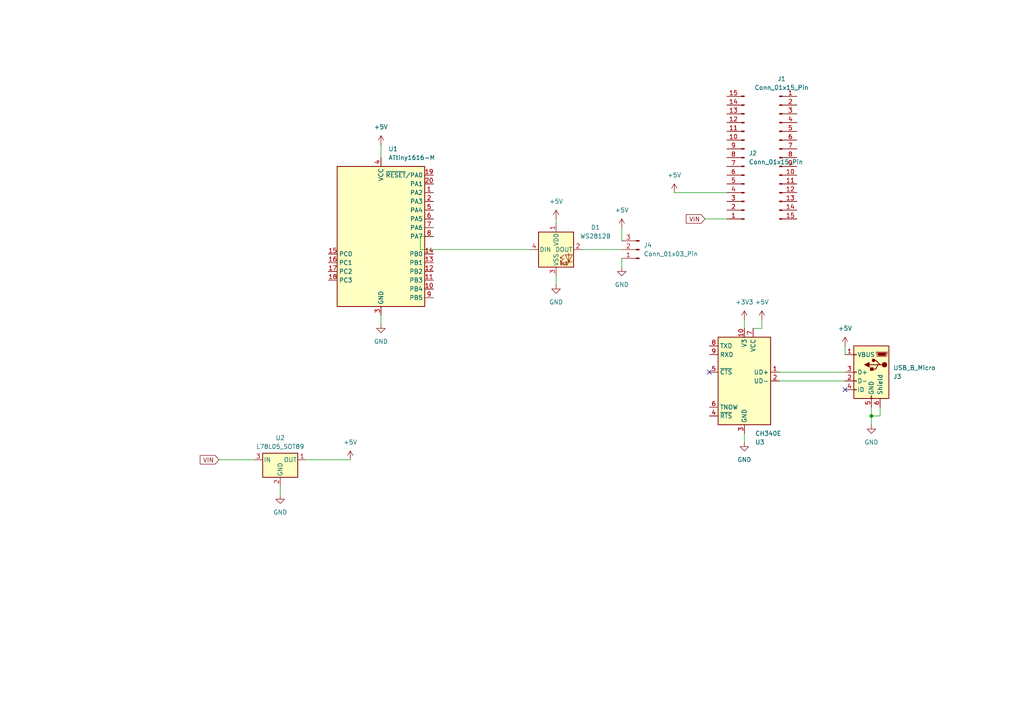
<source format=kicad_sch>
(kicad_sch
	(version 20250114)
	(generator "eeschema")
	(generator_version "9.0")
	(uuid "405f212d-eda8-42df-94e8-805b0f571fec")
	(paper "A4")
	(lib_symbols
		(symbol "Connector:Conn_01x03_Pin"
			(pin_names
				(offset 1.016)
				(hide yes)
			)
			(exclude_from_sim no)
			(in_bom yes)
			(on_board yes)
			(property "Reference" "J"
				(at 0 5.08 0)
				(effects
					(font
						(size 1.27 1.27)
					)
				)
			)
			(property "Value" "Conn_01x03_Pin"
				(at 0 -5.08 0)
				(effects
					(font
						(size 1.27 1.27)
					)
				)
			)
			(property "Footprint" ""
				(at 0 0 0)
				(effects
					(font
						(size 1.27 1.27)
					)
					(hide yes)
				)
			)
			(property "Datasheet" "~"
				(at 0 0 0)
				(effects
					(font
						(size 1.27 1.27)
					)
					(hide yes)
				)
			)
			(property "Description" "Generic connector, single row, 01x03, script generated"
				(at 0 0 0)
				(effects
					(font
						(size 1.27 1.27)
					)
					(hide yes)
				)
			)
			(property "ki_locked" ""
				(at 0 0 0)
				(effects
					(font
						(size 1.27 1.27)
					)
				)
			)
			(property "ki_keywords" "connector"
				(at 0 0 0)
				(effects
					(font
						(size 1.27 1.27)
					)
					(hide yes)
				)
			)
			(property "ki_fp_filters" "Connector*:*_1x??_*"
				(at 0 0 0)
				(effects
					(font
						(size 1.27 1.27)
					)
					(hide yes)
				)
			)
			(symbol "Conn_01x03_Pin_1_1"
				(rectangle
					(start 0.8636 2.667)
					(end 0 2.413)
					(stroke
						(width 0.1524)
						(type default)
					)
					(fill
						(type outline)
					)
				)
				(rectangle
					(start 0.8636 0.127)
					(end 0 -0.127)
					(stroke
						(width 0.1524)
						(type default)
					)
					(fill
						(type outline)
					)
				)
				(rectangle
					(start 0.8636 -2.413)
					(end 0 -2.667)
					(stroke
						(width 0.1524)
						(type default)
					)
					(fill
						(type outline)
					)
				)
				(polyline
					(pts
						(xy 1.27 2.54) (xy 0.8636 2.54)
					)
					(stroke
						(width 0.1524)
						(type default)
					)
					(fill
						(type none)
					)
				)
				(polyline
					(pts
						(xy 1.27 0) (xy 0.8636 0)
					)
					(stroke
						(width 0.1524)
						(type default)
					)
					(fill
						(type none)
					)
				)
				(polyline
					(pts
						(xy 1.27 -2.54) (xy 0.8636 -2.54)
					)
					(stroke
						(width 0.1524)
						(type default)
					)
					(fill
						(type none)
					)
				)
				(pin passive line
					(at 5.08 2.54 180)
					(length 3.81)
					(name "Pin_1"
						(effects
							(font
								(size 1.27 1.27)
							)
						)
					)
					(number "1"
						(effects
							(font
								(size 1.27 1.27)
							)
						)
					)
				)
				(pin passive line
					(at 5.08 0 180)
					(length 3.81)
					(name "Pin_2"
						(effects
							(font
								(size 1.27 1.27)
							)
						)
					)
					(number "2"
						(effects
							(font
								(size 1.27 1.27)
							)
						)
					)
				)
				(pin passive line
					(at 5.08 -2.54 180)
					(length 3.81)
					(name "Pin_3"
						(effects
							(font
								(size 1.27 1.27)
							)
						)
					)
					(number "3"
						(effects
							(font
								(size 1.27 1.27)
							)
						)
					)
				)
			)
			(embedded_fonts no)
		)
		(symbol "Connector:Conn_01x15_Pin"
			(pin_names
				(offset 1.016)
				(hide yes)
			)
			(exclude_from_sim no)
			(in_bom yes)
			(on_board yes)
			(property "Reference" "J"
				(at 0 20.32 0)
				(effects
					(font
						(size 1.27 1.27)
					)
				)
			)
			(property "Value" "Conn_01x15_Pin"
				(at 0 -20.32 0)
				(effects
					(font
						(size 1.27 1.27)
					)
				)
			)
			(property "Footprint" ""
				(at 0 0 0)
				(effects
					(font
						(size 1.27 1.27)
					)
					(hide yes)
				)
			)
			(property "Datasheet" "~"
				(at 0 0 0)
				(effects
					(font
						(size 1.27 1.27)
					)
					(hide yes)
				)
			)
			(property "Description" "Generic connector, single row, 01x15, script generated"
				(at 0 0 0)
				(effects
					(font
						(size 1.27 1.27)
					)
					(hide yes)
				)
			)
			(property "ki_locked" ""
				(at 0 0 0)
				(effects
					(font
						(size 1.27 1.27)
					)
				)
			)
			(property "ki_keywords" "connector"
				(at 0 0 0)
				(effects
					(font
						(size 1.27 1.27)
					)
					(hide yes)
				)
			)
			(property "ki_fp_filters" "Connector*:*_1x??_*"
				(at 0 0 0)
				(effects
					(font
						(size 1.27 1.27)
					)
					(hide yes)
				)
			)
			(symbol "Conn_01x15_Pin_1_1"
				(rectangle
					(start 0.8636 17.907)
					(end 0 17.653)
					(stroke
						(width 0.1524)
						(type default)
					)
					(fill
						(type outline)
					)
				)
				(rectangle
					(start 0.8636 15.367)
					(end 0 15.113)
					(stroke
						(width 0.1524)
						(type default)
					)
					(fill
						(type outline)
					)
				)
				(rectangle
					(start 0.8636 12.827)
					(end 0 12.573)
					(stroke
						(width 0.1524)
						(type default)
					)
					(fill
						(type outline)
					)
				)
				(rectangle
					(start 0.8636 10.287)
					(end 0 10.033)
					(stroke
						(width 0.1524)
						(type default)
					)
					(fill
						(type outline)
					)
				)
				(rectangle
					(start 0.8636 7.747)
					(end 0 7.493)
					(stroke
						(width 0.1524)
						(type default)
					)
					(fill
						(type outline)
					)
				)
				(rectangle
					(start 0.8636 5.207)
					(end 0 4.953)
					(stroke
						(width 0.1524)
						(type default)
					)
					(fill
						(type outline)
					)
				)
				(rectangle
					(start 0.8636 2.667)
					(end 0 2.413)
					(stroke
						(width 0.1524)
						(type default)
					)
					(fill
						(type outline)
					)
				)
				(rectangle
					(start 0.8636 0.127)
					(end 0 -0.127)
					(stroke
						(width 0.1524)
						(type default)
					)
					(fill
						(type outline)
					)
				)
				(rectangle
					(start 0.8636 -2.413)
					(end 0 -2.667)
					(stroke
						(width 0.1524)
						(type default)
					)
					(fill
						(type outline)
					)
				)
				(rectangle
					(start 0.8636 -4.953)
					(end 0 -5.207)
					(stroke
						(width 0.1524)
						(type default)
					)
					(fill
						(type outline)
					)
				)
				(rectangle
					(start 0.8636 -7.493)
					(end 0 -7.747)
					(stroke
						(width 0.1524)
						(type default)
					)
					(fill
						(type outline)
					)
				)
				(rectangle
					(start 0.8636 -10.033)
					(end 0 -10.287)
					(stroke
						(width 0.1524)
						(type default)
					)
					(fill
						(type outline)
					)
				)
				(rectangle
					(start 0.8636 -12.573)
					(end 0 -12.827)
					(stroke
						(width 0.1524)
						(type default)
					)
					(fill
						(type outline)
					)
				)
				(rectangle
					(start 0.8636 -15.113)
					(end 0 -15.367)
					(stroke
						(width 0.1524)
						(type default)
					)
					(fill
						(type outline)
					)
				)
				(rectangle
					(start 0.8636 -17.653)
					(end 0 -17.907)
					(stroke
						(width 0.1524)
						(type default)
					)
					(fill
						(type outline)
					)
				)
				(polyline
					(pts
						(xy 1.27 17.78) (xy 0.8636 17.78)
					)
					(stroke
						(width 0.1524)
						(type default)
					)
					(fill
						(type none)
					)
				)
				(polyline
					(pts
						(xy 1.27 15.24) (xy 0.8636 15.24)
					)
					(stroke
						(width 0.1524)
						(type default)
					)
					(fill
						(type none)
					)
				)
				(polyline
					(pts
						(xy 1.27 12.7) (xy 0.8636 12.7)
					)
					(stroke
						(width 0.1524)
						(type default)
					)
					(fill
						(type none)
					)
				)
				(polyline
					(pts
						(xy 1.27 10.16) (xy 0.8636 10.16)
					)
					(stroke
						(width 0.1524)
						(type default)
					)
					(fill
						(type none)
					)
				)
				(polyline
					(pts
						(xy 1.27 7.62) (xy 0.8636 7.62)
					)
					(stroke
						(width 0.1524)
						(type default)
					)
					(fill
						(type none)
					)
				)
				(polyline
					(pts
						(xy 1.27 5.08) (xy 0.8636 5.08)
					)
					(stroke
						(width 0.1524)
						(type default)
					)
					(fill
						(type none)
					)
				)
				(polyline
					(pts
						(xy 1.27 2.54) (xy 0.8636 2.54)
					)
					(stroke
						(width 0.1524)
						(type default)
					)
					(fill
						(type none)
					)
				)
				(polyline
					(pts
						(xy 1.27 0) (xy 0.8636 0)
					)
					(stroke
						(width 0.1524)
						(type default)
					)
					(fill
						(type none)
					)
				)
				(polyline
					(pts
						(xy 1.27 -2.54) (xy 0.8636 -2.54)
					)
					(stroke
						(width 0.1524)
						(type default)
					)
					(fill
						(type none)
					)
				)
				(polyline
					(pts
						(xy 1.27 -5.08) (xy 0.8636 -5.08)
					)
					(stroke
						(width 0.1524)
						(type default)
					)
					(fill
						(type none)
					)
				)
				(polyline
					(pts
						(xy 1.27 -7.62) (xy 0.8636 -7.62)
					)
					(stroke
						(width 0.1524)
						(type default)
					)
					(fill
						(type none)
					)
				)
				(polyline
					(pts
						(xy 1.27 -10.16) (xy 0.8636 -10.16)
					)
					(stroke
						(width 0.1524)
						(type default)
					)
					(fill
						(type none)
					)
				)
				(polyline
					(pts
						(xy 1.27 -12.7) (xy 0.8636 -12.7)
					)
					(stroke
						(width 0.1524)
						(type default)
					)
					(fill
						(type none)
					)
				)
				(polyline
					(pts
						(xy 1.27 -15.24) (xy 0.8636 -15.24)
					)
					(stroke
						(width 0.1524)
						(type default)
					)
					(fill
						(type none)
					)
				)
				(polyline
					(pts
						(xy 1.27 -17.78) (xy 0.8636 -17.78)
					)
					(stroke
						(width 0.1524)
						(type default)
					)
					(fill
						(type none)
					)
				)
				(pin passive line
					(at 5.08 17.78 180)
					(length 3.81)
					(name "Pin_1"
						(effects
							(font
								(size 1.27 1.27)
							)
						)
					)
					(number "1"
						(effects
							(font
								(size 1.27 1.27)
							)
						)
					)
				)
				(pin passive line
					(at 5.08 15.24 180)
					(length 3.81)
					(name "Pin_2"
						(effects
							(font
								(size 1.27 1.27)
							)
						)
					)
					(number "2"
						(effects
							(font
								(size 1.27 1.27)
							)
						)
					)
				)
				(pin passive line
					(at 5.08 12.7 180)
					(length 3.81)
					(name "Pin_3"
						(effects
							(font
								(size 1.27 1.27)
							)
						)
					)
					(number "3"
						(effects
							(font
								(size 1.27 1.27)
							)
						)
					)
				)
				(pin passive line
					(at 5.08 10.16 180)
					(length 3.81)
					(name "Pin_4"
						(effects
							(font
								(size 1.27 1.27)
							)
						)
					)
					(number "4"
						(effects
							(font
								(size 1.27 1.27)
							)
						)
					)
				)
				(pin passive line
					(at 5.08 7.62 180)
					(length 3.81)
					(name "Pin_5"
						(effects
							(font
								(size 1.27 1.27)
							)
						)
					)
					(number "5"
						(effects
							(font
								(size 1.27 1.27)
							)
						)
					)
				)
				(pin passive line
					(at 5.08 5.08 180)
					(length 3.81)
					(name "Pin_6"
						(effects
							(font
								(size 1.27 1.27)
							)
						)
					)
					(number "6"
						(effects
							(font
								(size 1.27 1.27)
							)
						)
					)
				)
				(pin passive line
					(at 5.08 2.54 180)
					(length 3.81)
					(name "Pin_7"
						(effects
							(font
								(size 1.27 1.27)
							)
						)
					)
					(number "7"
						(effects
							(font
								(size 1.27 1.27)
							)
						)
					)
				)
				(pin passive line
					(at 5.08 0 180)
					(length 3.81)
					(name "Pin_8"
						(effects
							(font
								(size 1.27 1.27)
							)
						)
					)
					(number "8"
						(effects
							(font
								(size 1.27 1.27)
							)
						)
					)
				)
				(pin passive line
					(at 5.08 -2.54 180)
					(length 3.81)
					(name "Pin_9"
						(effects
							(font
								(size 1.27 1.27)
							)
						)
					)
					(number "9"
						(effects
							(font
								(size 1.27 1.27)
							)
						)
					)
				)
				(pin passive line
					(at 5.08 -5.08 180)
					(length 3.81)
					(name "Pin_10"
						(effects
							(font
								(size 1.27 1.27)
							)
						)
					)
					(number "10"
						(effects
							(font
								(size 1.27 1.27)
							)
						)
					)
				)
				(pin passive line
					(at 5.08 -7.62 180)
					(length 3.81)
					(name "Pin_11"
						(effects
							(font
								(size 1.27 1.27)
							)
						)
					)
					(number "11"
						(effects
							(font
								(size 1.27 1.27)
							)
						)
					)
				)
				(pin passive line
					(at 5.08 -10.16 180)
					(length 3.81)
					(name "Pin_12"
						(effects
							(font
								(size 1.27 1.27)
							)
						)
					)
					(number "12"
						(effects
							(font
								(size 1.27 1.27)
							)
						)
					)
				)
				(pin passive line
					(at 5.08 -12.7 180)
					(length 3.81)
					(name "Pin_13"
						(effects
							(font
								(size 1.27 1.27)
							)
						)
					)
					(number "13"
						(effects
							(font
								(size 1.27 1.27)
							)
						)
					)
				)
				(pin passive line
					(at 5.08 -15.24 180)
					(length 3.81)
					(name "Pin_14"
						(effects
							(font
								(size 1.27 1.27)
							)
						)
					)
					(number "14"
						(effects
							(font
								(size 1.27 1.27)
							)
						)
					)
				)
				(pin passive line
					(at 5.08 -17.78 180)
					(length 3.81)
					(name "Pin_15"
						(effects
							(font
								(size 1.27 1.27)
							)
						)
					)
					(number "15"
						(effects
							(font
								(size 1.27 1.27)
							)
						)
					)
				)
			)
			(embedded_fonts no)
		)
		(symbol "Connector:USB_B_Micro"
			(pin_names
				(offset 1.016)
			)
			(exclude_from_sim no)
			(in_bom yes)
			(on_board yes)
			(property "Reference" "J"
				(at -5.08 11.43 0)
				(effects
					(font
						(size 1.27 1.27)
					)
					(justify left)
				)
			)
			(property "Value" "USB_B_Micro"
				(at -5.08 8.89 0)
				(effects
					(font
						(size 1.27 1.27)
					)
					(justify left)
				)
			)
			(property "Footprint" ""
				(at 3.81 -1.27 0)
				(effects
					(font
						(size 1.27 1.27)
					)
					(hide yes)
				)
			)
			(property "Datasheet" "~"
				(at 3.81 -1.27 0)
				(effects
					(font
						(size 1.27 1.27)
					)
					(hide yes)
				)
			)
			(property "Description" "USB Micro Type B connector"
				(at 0 0 0)
				(effects
					(font
						(size 1.27 1.27)
					)
					(hide yes)
				)
			)
			(property "ki_keywords" "connector USB micro"
				(at 0 0 0)
				(effects
					(font
						(size 1.27 1.27)
					)
					(hide yes)
				)
			)
			(property "ki_fp_filters" "USB*Micro*B*"
				(at 0 0 0)
				(effects
					(font
						(size 1.27 1.27)
					)
					(hide yes)
				)
			)
			(symbol "USB_B_Micro_0_1"
				(rectangle
					(start -5.08 -7.62)
					(end 5.08 7.62)
					(stroke
						(width 0.254)
						(type default)
					)
					(fill
						(type background)
					)
				)
				(polyline
					(pts
						(xy -4.699 5.842) (xy -4.699 5.588) (xy -4.445 4.826) (xy -4.445 4.572) (xy -1.651 4.572) (xy -1.651 4.826)
						(xy -1.397 5.588) (xy -1.397 5.842) (xy -4.699 5.842)
					)
					(stroke
						(width 0)
						(type default)
					)
					(fill
						(type none)
					)
				)
				(polyline
					(pts
						(xy -4.318 5.588) (xy -1.778 5.588) (xy -2.032 4.826) (xy -4.064 4.826) (xy -4.318 5.588)
					)
					(stroke
						(width 0)
						(type default)
					)
					(fill
						(type outline)
					)
				)
				(circle
					(center -3.81 2.159)
					(radius 0.635)
					(stroke
						(width 0.254)
						(type default)
					)
					(fill
						(type outline)
					)
				)
				(polyline
					(pts
						(xy -3.175 2.159) (xy -2.54 2.159) (xy -1.27 3.429) (xy -0.635 3.429)
					)
					(stroke
						(width 0.254)
						(type default)
					)
					(fill
						(type none)
					)
				)
				(polyline
					(pts
						(xy -2.54 2.159) (xy -1.905 2.159) (xy -1.27 0.889) (xy 0 0.889)
					)
					(stroke
						(width 0.254)
						(type default)
					)
					(fill
						(type none)
					)
				)
				(polyline
					(pts
						(xy -1.905 2.159) (xy 0.635 2.159)
					)
					(stroke
						(width 0.254)
						(type default)
					)
					(fill
						(type none)
					)
				)
				(circle
					(center -0.635 3.429)
					(radius 0.381)
					(stroke
						(width 0.254)
						(type default)
					)
					(fill
						(type outline)
					)
				)
				(rectangle
					(start -0.127 -7.62)
					(end 0.127 -6.858)
					(stroke
						(width 0)
						(type default)
					)
					(fill
						(type none)
					)
				)
				(rectangle
					(start 0.254 1.27)
					(end -0.508 0.508)
					(stroke
						(width 0.254)
						(type default)
					)
					(fill
						(type outline)
					)
				)
				(polyline
					(pts
						(xy 0.635 2.794) (xy 0.635 1.524) (xy 1.905 2.159) (xy 0.635 2.794)
					)
					(stroke
						(width 0.254)
						(type default)
					)
					(fill
						(type outline)
					)
				)
				(rectangle
					(start 5.08 4.953)
					(end 4.318 5.207)
					(stroke
						(width 0)
						(type default)
					)
					(fill
						(type none)
					)
				)
				(rectangle
					(start 5.08 -0.127)
					(end 4.318 0.127)
					(stroke
						(width 0)
						(type default)
					)
					(fill
						(type none)
					)
				)
				(rectangle
					(start 5.08 -2.667)
					(end 4.318 -2.413)
					(stroke
						(width 0)
						(type default)
					)
					(fill
						(type none)
					)
				)
				(rectangle
					(start 5.08 -5.207)
					(end 4.318 -4.953)
					(stroke
						(width 0)
						(type default)
					)
					(fill
						(type none)
					)
				)
			)
			(symbol "USB_B_Micro_1_1"
				(pin passive line
					(at -2.54 -10.16 90)
					(length 2.54)
					(name "Shield"
						(effects
							(font
								(size 1.27 1.27)
							)
						)
					)
					(number "6"
						(effects
							(font
								(size 1.27 1.27)
							)
						)
					)
				)
				(pin power_out line
					(at 0 -10.16 90)
					(length 2.54)
					(name "GND"
						(effects
							(font
								(size 1.27 1.27)
							)
						)
					)
					(number "5"
						(effects
							(font
								(size 1.27 1.27)
							)
						)
					)
				)
				(pin power_out line
					(at 7.62 5.08 180)
					(length 2.54)
					(name "VBUS"
						(effects
							(font
								(size 1.27 1.27)
							)
						)
					)
					(number "1"
						(effects
							(font
								(size 1.27 1.27)
							)
						)
					)
				)
				(pin bidirectional line
					(at 7.62 0 180)
					(length 2.54)
					(name "D+"
						(effects
							(font
								(size 1.27 1.27)
							)
						)
					)
					(number "3"
						(effects
							(font
								(size 1.27 1.27)
							)
						)
					)
				)
				(pin bidirectional line
					(at 7.62 -2.54 180)
					(length 2.54)
					(name "D-"
						(effects
							(font
								(size 1.27 1.27)
							)
						)
					)
					(number "2"
						(effects
							(font
								(size 1.27 1.27)
							)
						)
					)
				)
				(pin passive line
					(at 7.62 -5.08 180)
					(length 2.54)
					(name "ID"
						(effects
							(font
								(size 1.27 1.27)
							)
						)
					)
					(number "4"
						(effects
							(font
								(size 1.27 1.27)
							)
						)
					)
				)
			)
			(embedded_fonts no)
		)
		(symbol "Interface_USB:CH340E"
			(exclude_from_sim no)
			(in_bom yes)
			(on_board yes)
			(property "Reference" "U"
				(at -5.08 13.97 0)
				(effects
					(font
						(size 1.27 1.27)
					)
					(justify right)
				)
			)
			(property "Value" "CH340E"
				(at 1.27 13.97 0)
				(effects
					(font
						(size 1.27 1.27)
					)
					(justify left)
				)
			)
			(property "Footprint" "Package_SO:MSOP-10_3x3mm_P0.5mm"
				(at 1.27 -13.97 0)
				(effects
					(font
						(size 1.27 1.27)
					)
					(justify left)
					(hide yes)
				)
			)
			(property "Datasheet" "https://www.mpja.com/download/35227cpdata.pdf"
				(at -8.89 20.32 0)
				(effects
					(font
						(size 1.27 1.27)
					)
					(hide yes)
				)
			)
			(property "Description" "USB serial converter, UART, MSOP-10"
				(at 0 0 0)
				(effects
					(font
						(size 1.27 1.27)
					)
					(hide yes)
				)
			)
			(property "ki_keywords" "USB UART Serial Converter Interface"
				(at 0 0 0)
				(effects
					(font
						(size 1.27 1.27)
					)
					(hide yes)
				)
			)
			(property "ki_fp_filters" "MSOP*3x3mm*P0.5mm*"
				(at 0 0 0)
				(effects
					(font
						(size 1.27 1.27)
					)
					(hide yes)
				)
			)
			(symbol "CH340E_0_1"
				(rectangle
					(start -7.62 12.7)
					(end 7.62 -12.7)
					(stroke
						(width 0.254)
						(type default)
					)
					(fill
						(type background)
					)
				)
			)
			(symbol "CH340E_1_1"
				(pin bidirectional line
					(at -10.16 2.54 0)
					(length 2.54)
					(name "UD+"
						(effects
							(font
								(size 1.27 1.27)
							)
						)
					)
					(number "1"
						(effects
							(font
								(size 1.27 1.27)
							)
						)
					)
				)
				(pin bidirectional line
					(at -10.16 0 0)
					(length 2.54)
					(name "UD-"
						(effects
							(font
								(size 1.27 1.27)
							)
						)
					)
					(number "2"
						(effects
							(font
								(size 1.27 1.27)
							)
						)
					)
				)
				(pin power_in line
					(at -2.54 15.24 270)
					(length 2.54)
					(name "VCC"
						(effects
							(font
								(size 1.27 1.27)
							)
						)
					)
					(number "7"
						(effects
							(font
								(size 1.27 1.27)
							)
						)
					)
				)
				(pin power_out line
					(at 0 15.24 270)
					(length 2.54)
					(name "V3"
						(effects
							(font
								(size 1.27 1.27)
							)
						)
					)
					(number "10"
						(effects
							(font
								(size 1.27 1.27)
							)
						)
					)
				)
				(pin power_in line
					(at 0 -15.24 90)
					(length 2.54)
					(name "GND"
						(effects
							(font
								(size 1.27 1.27)
							)
						)
					)
					(number "3"
						(effects
							(font
								(size 1.27 1.27)
							)
						)
					)
				)
				(pin output line
					(at 10.16 10.16 180)
					(length 2.54)
					(name "TXD"
						(effects
							(font
								(size 1.27 1.27)
							)
						)
					)
					(number "8"
						(effects
							(font
								(size 1.27 1.27)
							)
						)
					)
				)
				(pin input line
					(at 10.16 7.62 180)
					(length 2.54)
					(name "RXD"
						(effects
							(font
								(size 1.27 1.27)
							)
						)
					)
					(number "9"
						(effects
							(font
								(size 1.27 1.27)
							)
						)
					)
				)
				(pin input line
					(at 10.16 2.54 180)
					(length 2.54)
					(name "~{CTS}"
						(effects
							(font
								(size 1.27 1.27)
							)
						)
					)
					(number "5"
						(effects
							(font
								(size 1.27 1.27)
							)
						)
					)
				)
				(pin output line
					(at 10.16 -7.62 180)
					(length 2.54)
					(name "TNOW"
						(effects
							(font
								(size 1.27 1.27)
							)
						)
					)
					(number "6"
						(effects
							(font
								(size 1.27 1.27)
							)
						)
					)
				)
				(pin output line
					(at 10.16 -10.16 180)
					(length 2.54)
					(name "~{RTS}"
						(effects
							(font
								(size 1.27 1.27)
							)
						)
					)
					(number "4"
						(effects
							(font
								(size 1.27 1.27)
							)
						)
					)
				)
			)
			(embedded_fonts no)
		)
		(symbol "LED:WS2812B"
			(pin_names
				(offset 0.254)
			)
			(exclude_from_sim no)
			(in_bom yes)
			(on_board yes)
			(property "Reference" "D"
				(at 5.08 5.715 0)
				(effects
					(font
						(size 1.27 1.27)
					)
					(justify right bottom)
				)
			)
			(property "Value" "WS2812B"
				(at 1.27 -5.715 0)
				(effects
					(font
						(size 1.27 1.27)
					)
					(justify left top)
				)
			)
			(property "Footprint" "LED_SMD:LED_WS2812B_PLCC4_5.0x5.0mm_P3.2mm"
				(at 1.27 -7.62 0)
				(effects
					(font
						(size 1.27 1.27)
					)
					(justify left top)
					(hide yes)
				)
			)
			(property "Datasheet" "https://cdn-shop.adafruit.com/datasheets/WS2812B.pdf"
				(at 2.54 -9.525 0)
				(effects
					(font
						(size 1.27 1.27)
					)
					(justify left top)
					(hide yes)
				)
			)
			(property "Description" "RGB LED with integrated controller"
				(at 0 0 0)
				(effects
					(font
						(size 1.27 1.27)
					)
					(hide yes)
				)
			)
			(property "ki_keywords" "RGB LED NeoPixel addressable"
				(at 0 0 0)
				(effects
					(font
						(size 1.27 1.27)
					)
					(hide yes)
				)
			)
			(property "ki_fp_filters" "LED*WS2812*PLCC*5.0x5.0mm*P3.2mm*"
				(at 0 0 0)
				(effects
					(font
						(size 1.27 1.27)
					)
					(hide yes)
				)
			)
			(symbol "WS2812B_0_0"
				(text "RGB"
					(at 2.286 -4.191 0)
					(effects
						(font
							(size 0.762 0.762)
						)
					)
				)
			)
			(symbol "WS2812B_0_1"
				(polyline
					(pts
						(xy 1.27 -2.54) (xy 1.778 -2.54)
					)
					(stroke
						(width 0)
						(type default)
					)
					(fill
						(type none)
					)
				)
				(polyline
					(pts
						(xy 1.27 -3.556) (xy 1.778 -3.556)
					)
					(stroke
						(width 0)
						(type default)
					)
					(fill
						(type none)
					)
				)
				(polyline
					(pts
						(xy 2.286 -1.524) (xy 1.27 -2.54) (xy 1.27 -2.032)
					)
					(stroke
						(width 0)
						(type default)
					)
					(fill
						(type none)
					)
				)
				(polyline
					(pts
						(xy 2.286 -2.54) (xy 1.27 -3.556) (xy 1.27 -3.048)
					)
					(stroke
						(width 0)
						(type default)
					)
					(fill
						(type none)
					)
				)
				(polyline
					(pts
						(xy 3.683 -1.016) (xy 3.683 -3.556) (xy 3.683 -4.064)
					)
					(stroke
						(width 0)
						(type default)
					)
					(fill
						(type none)
					)
				)
				(polyline
					(pts
						(xy 4.699 -1.524) (xy 2.667 -1.524) (xy 3.683 -3.556) (xy 4.699 -1.524)
					)
					(stroke
						(width 0)
						(type default)
					)
					(fill
						(type none)
					)
				)
				(polyline
					(pts
						(xy 4.699 -3.556) (xy 2.667 -3.556)
					)
					(stroke
						(width 0)
						(type default)
					)
					(fill
						(type none)
					)
				)
				(rectangle
					(start 5.08 5.08)
					(end -5.08 -5.08)
					(stroke
						(width 0.254)
						(type default)
					)
					(fill
						(type background)
					)
				)
			)
			(symbol "WS2812B_1_1"
				(pin input line
					(at -7.62 0 0)
					(length 2.54)
					(name "DIN"
						(effects
							(font
								(size 1.27 1.27)
							)
						)
					)
					(number "4"
						(effects
							(font
								(size 1.27 1.27)
							)
						)
					)
				)
				(pin power_in line
					(at 0 7.62 270)
					(length 2.54)
					(name "VDD"
						(effects
							(font
								(size 1.27 1.27)
							)
						)
					)
					(number "1"
						(effects
							(font
								(size 1.27 1.27)
							)
						)
					)
				)
				(pin power_in line
					(at 0 -7.62 90)
					(length 2.54)
					(name "VSS"
						(effects
							(font
								(size 1.27 1.27)
							)
						)
					)
					(number "3"
						(effects
							(font
								(size 1.27 1.27)
							)
						)
					)
				)
				(pin output line
					(at 7.62 0 180)
					(length 2.54)
					(name "DOUT"
						(effects
							(font
								(size 1.27 1.27)
							)
						)
					)
					(number "2"
						(effects
							(font
								(size 1.27 1.27)
							)
						)
					)
				)
			)
			(embedded_fonts no)
		)
		(symbol "MCU_Microchip_ATtiny:ATtiny1616-M"
			(exclude_from_sim no)
			(in_bom yes)
			(on_board yes)
			(property "Reference" "U"
				(at -12.7 21.59 0)
				(effects
					(font
						(size 1.27 1.27)
					)
					(justify left bottom)
				)
			)
			(property "Value" "ATtiny1616-M"
				(at 2.54 -21.59 0)
				(effects
					(font
						(size 1.27 1.27)
					)
					(justify left top)
				)
			)
			(property "Footprint" "Package_DFN_QFN:VQFN-20-1EP_3x3mm_P0.4mm_EP1.7x1.7mm"
				(at 0 0 0)
				(effects
					(font
						(size 1.27 1.27)
						(italic yes)
					)
					(hide yes)
				)
			)
			(property "Datasheet" "http://ww1.microchip.com/downloads/en/DeviceDoc/ATtiny3216_ATtiny1616-data-sheet-40001997B.pdf"
				(at 0 0 0)
				(effects
					(font
						(size 1.27 1.27)
					)
					(hide yes)
				)
			)
			(property "Description" "20MHz, 16kB Flash, 2kB SRAM, 256B EEPROM, VQFN-20"
				(at 0 0 0)
				(effects
					(font
						(size 1.27 1.27)
					)
					(hide yes)
				)
			)
			(property "ki_keywords" "AVR 8bit Microcontroller tinyAVR"
				(at 0 0 0)
				(effects
					(font
						(size 1.27 1.27)
					)
					(hide yes)
				)
			)
			(property "ki_fp_filters" "VQFN*1EP*3x3mm*P0.4mm*"
				(at 0 0 0)
				(effects
					(font
						(size 1.27 1.27)
					)
					(hide yes)
				)
			)
			(symbol "ATtiny1616-M_0_1"
				(rectangle
					(start -12.7 -20.32)
					(end 12.7 20.32)
					(stroke
						(width 0.254)
						(type default)
					)
					(fill
						(type background)
					)
				)
			)
			(symbol "ATtiny1616-M_1_1"
				(pin bidirectional line
					(at -15.24 -5.08 0)
					(length 2.54)
					(name "PC0"
						(effects
							(font
								(size 1.27 1.27)
							)
						)
					)
					(number "15"
						(effects
							(font
								(size 1.27 1.27)
							)
						)
					)
				)
				(pin bidirectional line
					(at -15.24 -7.62 0)
					(length 2.54)
					(name "PC1"
						(effects
							(font
								(size 1.27 1.27)
							)
						)
					)
					(number "16"
						(effects
							(font
								(size 1.27 1.27)
							)
						)
					)
				)
				(pin bidirectional line
					(at -15.24 -10.16 0)
					(length 2.54)
					(name "PC2"
						(effects
							(font
								(size 1.27 1.27)
							)
						)
					)
					(number "17"
						(effects
							(font
								(size 1.27 1.27)
							)
						)
					)
				)
				(pin bidirectional line
					(at -15.24 -12.7 0)
					(length 2.54)
					(name "PC3"
						(effects
							(font
								(size 1.27 1.27)
							)
						)
					)
					(number "18"
						(effects
							(font
								(size 1.27 1.27)
							)
						)
					)
				)
				(pin power_in line
					(at 0 22.86 270)
					(length 2.54)
					(name "VCC"
						(effects
							(font
								(size 1.27 1.27)
							)
						)
					)
					(number "4"
						(effects
							(font
								(size 1.27 1.27)
							)
						)
					)
				)
				(pin passive line
					(at 0 -22.86 90)
					(length 2.54)
					(hide yes)
					(name "GND"
						(effects
							(font
								(size 1.27 1.27)
							)
						)
					)
					(number "21"
						(effects
							(font
								(size 1.27 1.27)
							)
						)
					)
				)
				(pin power_in line
					(at 0 -22.86 90)
					(length 2.54)
					(name "GND"
						(effects
							(font
								(size 1.27 1.27)
							)
						)
					)
					(number "3"
						(effects
							(font
								(size 1.27 1.27)
							)
						)
					)
				)
				(pin bidirectional line
					(at 15.24 17.78 180)
					(length 2.54)
					(name "~{RESET}/PA0"
						(effects
							(font
								(size 1.27 1.27)
							)
						)
					)
					(number "19"
						(effects
							(font
								(size 1.27 1.27)
							)
						)
					)
				)
				(pin bidirectional line
					(at 15.24 15.24 180)
					(length 2.54)
					(name "PA1"
						(effects
							(font
								(size 1.27 1.27)
							)
						)
					)
					(number "20"
						(effects
							(font
								(size 1.27 1.27)
							)
						)
					)
				)
				(pin bidirectional line
					(at 15.24 12.7 180)
					(length 2.54)
					(name "PA2"
						(effects
							(font
								(size 1.27 1.27)
							)
						)
					)
					(number "1"
						(effects
							(font
								(size 1.27 1.27)
							)
						)
					)
				)
				(pin bidirectional line
					(at 15.24 10.16 180)
					(length 2.54)
					(name "PA3"
						(effects
							(font
								(size 1.27 1.27)
							)
						)
					)
					(number "2"
						(effects
							(font
								(size 1.27 1.27)
							)
						)
					)
				)
				(pin bidirectional line
					(at 15.24 7.62 180)
					(length 2.54)
					(name "PA4"
						(effects
							(font
								(size 1.27 1.27)
							)
						)
					)
					(number "5"
						(effects
							(font
								(size 1.27 1.27)
							)
						)
					)
				)
				(pin bidirectional line
					(at 15.24 5.08 180)
					(length 2.54)
					(name "PA5"
						(effects
							(font
								(size 1.27 1.27)
							)
						)
					)
					(number "6"
						(effects
							(font
								(size 1.27 1.27)
							)
						)
					)
				)
				(pin bidirectional line
					(at 15.24 2.54 180)
					(length 2.54)
					(name "PA6"
						(effects
							(font
								(size 1.27 1.27)
							)
						)
					)
					(number "7"
						(effects
							(font
								(size 1.27 1.27)
							)
						)
					)
				)
				(pin bidirectional line
					(at 15.24 0 180)
					(length 2.54)
					(name "PA7"
						(effects
							(font
								(size 1.27 1.27)
							)
						)
					)
					(number "8"
						(effects
							(font
								(size 1.27 1.27)
							)
						)
					)
				)
				(pin bidirectional line
					(at 15.24 -5.08 180)
					(length 2.54)
					(name "PB0"
						(effects
							(font
								(size 1.27 1.27)
							)
						)
					)
					(number "14"
						(effects
							(font
								(size 1.27 1.27)
							)
						)
					)
				)
				(pin bidirectional line
					(at 15.24 -7.62 180)
					(length 2.54)
					(name "PB1"
						(effects
							(font
								(size 1.27 1.27)
							)
						)
					)
					(number "13"
						(effects
							(font
								(size 1.27 1.27)
							)
						)
					)
				)
				(pin bidirectional line
					(at 15.24 -10.16 180)
					(length 2.54)
					(name "PB2"
						(effects
							(font
								(size 1.27 1.27)
							)
						)
					)
					(number "12"
						(effects
							(font
								(size 1.27 1.27)
							)
						)
					)
				)
				(pin bidirectional line
					(at 15.24 -12.7 180)
					(length 2.54)
					(name "PB3"
						(effects
							(font
								(size 1.27 1.27)
							)
						)
					)
					(number "11"
						(effects
							(font
								(size 1.27 1.27)
							)
						)
					)
				)
				(pin bidirectional line
					(at 15.24 -15.24 180)
					(length 2.54)
					(name "PB4"
						(effects
							(font
								(size 1.27 1.27)
							)
						)
					)
					(number "10"
						(effects
							(font
								(size 1.27 1.27)
							)
						)
					)
				)
				(pin bidirectional line
					(at 15.24 -17.78 180)
					(length 2.54)
					(name "PB5"
						(effects
							(font
								(size 1.27 1.27)
							)
						)
					)
					(number "9"
						(effects
							(font
								(size 1.27 1.27)
							)
						)
					)
				)
			)
			(embedded_fonts no)
		)
		(symbol "Regulator_Linear:L78L05_SOT89"
			(pin_names
				(offset 0.254)
			)
			(exclude_from_sim no)
			(in_bom yes)
			(on_board yes)
			(property "Reference" "U"
				(at -3.81 3.175 0)
				(effects
					(font
						(size 1.27 1.27)
					)
				)
			)
			(property "Value" "L78L05_SOT89"
				(at -0.635 3.175 0)
				(effects
					(font
						(size 1.27 1.27)
					)
					(justify left)
				)
			)
			(property "Footprint" "Package_TO_SOT_SMD:SOT-89-3"
				(at 0 5.08 0)
				(effects
					(font
						(size 1.27 1.27)
						(italic yes)
					)
					(hide yes)
				)
			)
			(property "Datasheet" "http://www.st.com/content/ccc/resource/technical/document/datasheet/15/55/e5/aa/23/5b/43/fd/CD00000446.pdf/files/CD00000446.pdf/jcr:content/translations/en.CD00000446.pdf"
				(at 0 -1.27 0)
				(effects
					(font
						(size 1.27 1.27)
					)
					(hide yes)
				)
			)
			(property "Description" "Positive 100mA 30V Linear Regulator, Fixed Output 5V, SOT-89"
				(at 0 0 0)
				(effects
					(font
						(size 1.27 1.27)
					)
					(hide yes)
				)
			)
			(property "ki_keywords" "Voltage Regulator 100mA Positive"
				(at 0 0 0)
				(effects
					(font
						(size 1.27 1.27)
					)
					(hide yes)
				)
			)
			(property "ki_fp_filters" "SOT?89*"
				(at 0 0 0)
				(effects
					(font
						(size 1.27 1.27)
					)
					(hide yes)
				)
			)
			(symbol "L78L05_SOT89_0_1"
				(rectangle
					(start -5.08 1.905)
					(end 5.08 -5.08)
					(stroke
						(width 0.254)
						(type default)
					)
					(fill
						(type background)
					)
				)
			)
			(symbol "L78L05_SOT89_1_1"
				(pin power_in line
					(at -7.62 0 0)
					(length 2.54)
					(name "IN"
						(effects
							(font
								(size 1.27 1.27)
							)
						)
					)
					(number "3"
						(effects
							(font
								(size 1.27 1.27)
							)
						)
					)
				)
				(pin power_in line
					(at 0 -7.62 90)
					(length 2.54)
					(name "GND"
						(effects
							(font
								(size 1.27 1.27)
							)
						)
					)
					(number "2"
						(effects
							(font
								(size 1.27 1.27)
							)
						)
					)
				)
				(pin power_out line
					(at 7.62 0 180)
					(length 2.54)
					(name "OUT"
						(effects
							(font
								(size 1.27 1.27)
							)
						)
					)
					(number "1"
						(effects
							(font
								(size 1.27 1.27)
							)
						)
					)
				)
			)
			(embedded_fonts no)
		)
		(symbol "power:+3V3"
			(power)
			(pin_numbers
				(hide yes)
			)
			(pin_names
				(offset 0)
				(hide yes)
			)
			(exclude_from_sim no)
			(in_bom yes)
			(on_board yes)
			(property "Reference" "#PWR"
				(at 0 -3.81 0)
				(effects
					(font
						(size 1.27 1.27)
					)
					(hide yes)
				)
			)
			(property "Value" "+3V3"
				(at 0 3.556 0)
				(effects
					(font
						(size 1.27 1.27)
					)
				)
			)
			(property "Footprint" ""
				(at 0 0 0)
				(effects
					(font
						(size 1.27 1.27)
					)
					(hide yes)
				)
			)
			(property "Datasheet" ""
				(at 0 0 0)
				(effects
					(font
						(size 1.27 1.27)
					)
					(hide yes)
				)
			)
			(property "Description" "Power symbol creates a global label with name \"+3V3\""
				(at 0 0 0)
				(effects
					(font
						(size 1.27 1.27)
					)
					(hide yes)
				)
			)
			(property "ki_keywords" "global power"
				(at 0 0 0)
				(effects
					(font
						(size 1.27 1.27)
					)
					(hide yes)
				)
			)
			(symbol "+3V3_0_1"
				(polyline
					(pts
						(xy -0.762 1.27) (xy 0 2.54)
					)
					(stroke
						(width 0)
						(type default)
					)
					(fill
						(type none)
					)
				)
				(polyline
					(pts
						(xy 0 2.54) (xy 0.762 1.27)
					)
					(stroke
						(width 0)
						(type default)
					)
					(fill
						(type none)
					)
				)
				(polyline
					(pts
						(xy 0 0) (xy 0 2.54)
					)
					(stroke
						(width 0)
						(type default)
					)
					(fill
						(type none)
					)
				)
			)
			(symbol "+3V3_1_1"
				(pin power_in line
					(at 0 0 90)
					(length 0)
					(name "~"
						(effects
							(font
								(size 1.27 1.27)
							)
						)
					)
					(number "1"
						(effects
							(font
								(size 1.27 1.27)
							)
						)
					)
				)
			)
			(embedded_fonts no)
		)
		(symbol "power:+5V"
			(power)
			(pin_numbers
				(hide yes)
			)
			(pin_names
				(offset 0)
				(hide yes)
			)
			(exclude_from_sim no)
			(in_bom yes)
			(on_board yes)
			(property "Reference" "#PWR"
				(at 0 -3.81 0)
				(effects
					(font
						(size 1.27 1.27)
					)
					(hide yes)
				)
			)
			(property "Value" "+5V"
				(at 0 3.556 0)
				(effects
					(font
						(size 1.27 1.27)
					)
				)
			)
			(property "Footprint" ""
				(at 0 0 0)
				(effects
					(font
						(size 1.27 1.27)
					)
					(hide yes)
				)
			)
			(property "Datasheet" ""
				(at 0 0 0)
				(effects
					(font
						(size 1.27 1.27)
					)
					(hide yes)
				)
			)
			(property "Description" "Power symbol creates a global label with name \"+5V\""
				(at 0 0 0)
				(effects
					(font
						(size 1.27 1.27)
					)
					(hide yes)
				)
			)
			(property "ki_keywords" "global power"
				(at 0 0 0)
				(effects
					(font
						(size 1.27 1.27)
					)
					(hide yes)
				)
			)
			(symbol "+5V_0_1"
				(polyline
					(pts
						(xy -0.762 1.27) (xy 0 2.54)
					)
					(stroke
						(width 0)
						(type default)
					)
					(fill
						(type none)
					)
				)
				(polyline
					(pts
						(xy 0 2.54) (xy 0.762 1.27)
					)
					(stroke
						(width 0)
						(type default)
					)
					(fill
						(type none)
					)
				)
				(polyline
					(pts
						(xy 0 0) (xy 0 2.54)
					)
					(stroke
						(width 0)
						(type default)
					)
					(fill
						(type none)
					)
				)
			)
			(symbol "+5V_1_1"
				(pin power_in line
					(at 0 0 90)
					(length 0)
					(name "~"
						(effects
							(font
								(size 1.27 1.27)
							)
						)
					)
					(number "1"
						(effects
							(font
								(size 1.27 1.27)
							)
						)
					)
				)
			)
			(embedded_fonts no)
		)
		(symbol "power:GND"
			(power)
			(pin_numbers
				(hide yes)
			)
			(pin_names
				(offset 0)
				(hide yes)
			)
			(exclude_from_sim no)
			(in_bom yes)
			(on_board yes)
			(property "Reference" "#PWR"
				(at 0 -6.35 0)
				(effects
					(font
						(size 1.27 1.27)
					)
					(hide yes)
				)
			)
			(property "Value" "GND"
				(at 0 -3.81 0)
				(effects
					(font
						(size 1.27 1.27)
					)
				)
			)
			(property "Footprint" ""
				(at 0 0 0)
				(effects
					(font
						(size 1.27 1.27)
					)
					(hide yes)
				)
			)
			(property "Datasheet" ""
				(at 0 0 0)
				(effects
					(font
						(size 1.27 1.27)
					)
					(hide yes)
				)
			)
			(property "Description" "Power symbol creates a global label with name \"GND\" , ground"
				(at 0 0 0)
				(effects
					(font
						(size 1.27 1.27)
					)
					(hide yes)
				)
			)
			(property "ki_keywords" "global power"
				(at 0 0 0)
				(effects
					(font
						(size 1.27 1.27)
					)
					(hide yes)
				)
			)
			(symbol "GND_0_1"
				(polyline
					(pts
						(xy 0 0) (xy 0 -1.27) (xy 1.27 -1.27) (xy 0 -2.54) (xy -1.27 -1.27) (xy 0 -1.27)
					)
					(stroke
						(width 0)
						(type default)
					)
					(fill
						(type none)
					)
				)
			)
			(symbol "GND_1_1"
				(pin power_in line
					(at 0 0 270)
					(length 0)
					(name "~"
						(effects
							(font
								(size 1.27 1.27)
							)
						)
					)
					(number "1"
						(effects
							(font
								(size 1.27 1.27)
							)
						)
					)
				)
			)
			(embedded_fonts no)
		)
	)
	(junction
		(at 252.73 120.65)
		(diameter 0)
		(color 0 0 0 0)
		(uuid "7c74a3c8-7245-469b-a3d9-5726dba8dbf7")
	)
	(no_connect
		(at 205.74 107.95)
		(uuid "7cb2d086-4642-4f0a-8c33-d9ebd9bb7a49")
	)
	(no_connect
		(at 245.11 113.03)
		(uuid "dd5be71b-ffcb-425b-a803-68609b2e3184")
	)
	(wire
		(pts
			(xy 168.91 72.39) (xy 180.34 72.39)
		)
		(stroke
			(width 0)
			(type default)
		)
		(uuid "09823a22-10af-4bdd-a94f-5b257b35b0cb")
	)
	(wire
		(pts
			(xy 121.92 72.39) (xy 153.67 72.39)
		)
		(stroke
			(width 0)
			(type default)
		)
		(uuid "14726229-7b53-41e4-aaf8-13445edd4c3c")
	)
	(wire
		(pts
			(xy 81.28 140.97) (xy 81.28 143.51)
		)
		(stroke
			(width 0)
			(type default)
		)
		(uuid "1cfcce1c-95ca-46fb-94cf-9312c89a9adc")
	)
	(wire
		(pts
			(xy 63.5 133.35) (xy 73.66 133.35)
		)
		(stroke
			(width 0)
			(type default)
		)
		(uuid "1fa94ff4-df7f-4dd3-a253-d21a50a0bb54")
	)
	(wire
		(pts
			(xy 252.73 118.11) (xy 252.73 120.65)
		)
		(stroke
			(width 0)
			(type default)
		)
		(uuid "3601291a-dd58-4416-9cc7-43535cede9de")
	)
	(wire
		(pts
			(xy 161.29 80.01) (xy 161.29 82.55)
		)
		(stroke
			(width 0)
			(type default)
		)
		(uuid "3a69c9dd-b48c-48fa-b862-d5f0b048419e")
	)
	(wire
		(pts
			(xy 226.06 107.95) (xy 245.11 107.95)
		)
		(stroke
			(width 0)
			(type default)
		)
		(uuid "3cf1da65-9bc2-4ef5-8d8d-91b156b9a38f")
	)
	(wire
		(pts
			(xy 255.27 120.65) (xy 255.27 118.11)
		)
		(stroke
			(width 0)
			(type default)
		)
		(uuid "3f4d4c08-032b-4826-bcb7-9e8b833e8221")
	)
	(wire
		(pts
			(xy 252.73 120.65) (xy 252.73 123.19)
		)
		(stroke
			(width 0)
			(type default)
		)
		(uuid "53bf9b2a-b445-4d23-b8fc-434a191d32fc")
	)
	(wire
		(pts
			(xy 161.29 63.5) (xy 161.29 64.77)
		)
		(stroke
			(width 0)
			(type default)
		)
		(uuid "61e5cca4-45e8-47fe-81ed-222256335acf")
	)
	(wire
		(pts
			(xy 88.9 133.35) (xy 101.6 133.35)
		)
		(stroke
			(width 0)
			(type default)
		)
		(uuid "64ad81a4-cb3a-418c-aee5-72ac2b159dc3")
	)
	(wire
		(pts
			(xy 180.34 66.04) (xy 180.34 69.85)
		)
		(stroke
			(width 0)
			(type default)
		)
		(uuid "65b723ed-0e6c-4f8d-88cf-e0ce6e655869")
	)
	(wire
		(pts
			(xy 195.58 55.88) (xy 210.82 55.88)
		)
		(stroke
			(width 0)
			(type default)
		)
		(uuid "692ec154-e23b-4cb3-9102-ab24f2f6f41d")
	)
	(wire
		(pts
			(xy 180.34 74.93) (xy 180.34 77.47)
		)
		(stroke
			(width 0)
			(type default)
		)
		(uuid "72acd0c4-4889-4e16-b9ed-12df39dab0f3")
	)
	(wire
		(pts
			(xy 110.49 41.91) (xy 110.49 45.72)
		)
		(stroke
			(width 0)
			(type default)
		)
		(uuid "768f49f4-09bd-481a-9adb-eff7c94550ce")
	)
	(wire
		(pts
			(xy 252.73 120.65) (xy 255.27 120.65)
		)
		(stroke
			(width 0)
			(type default)
		)
		(uuid "8ed93d4a-6525-4f35-89e4-e7cfa4a4acfc")
	)
	(wire
		(pts
			(xy 218.44 95.25) (xy 220.98 95.25)
		)
		(stroke
			(width 0)
			(type default)
		)
		(uuid "963a1b7c-fba3-4458-b074-ea2c9d306930")
	)
	(wire
		(pts
			(xy 215.9 125.73) (xy 215.9 128.27)
		)
		(stroke
			(width 0)
			(type default)
		)
		(uuid "9944f11f-ea61-4817-a208-999642dc5e92")
	)
	(wire
		(pts
			(xy 226.06 110.49) (xy 245.11 110.49)
		)
		(stroke
			(width 0)
			(type default)
		)
		(uuid "9c681093-3f0e-42be-85d3-aaec1bfdc831")
	)
	(wire
		(pts
			(xy 110.49 91.44) (xy 110.49 93.98)
		)
		(stroke
			(width 0)
			(type default)
		)
		(uuid "a02fc3ea-dc95-4238-b25e-da32b4530db4")
	)
	(wire
		(pts
			(xy 204.47 63.5) (xy 210.82 63.5)
		)
		(stroke
			(width 0)
			(type default)
		)
		(uuid "b0af5084-fc79-4cb5-bde0-16efb7c2ce92")
	)
	(wire
		(pts
			(xy 121.92 68.58) (xy 121.92 72.39)
		)
		(stroke
			(width 0)
			(type default)
		)
		(uuid "b3919c10-a0a7-43e1-874c-a0b9fcf30ff5")
	)
	(wire
		(pts
			(xy 215.9 92.71) (xy 215.9 95.25)
		)
		(stroke
			(width 0)
			(type default)
		)
		(uuid "b872e509-0855-44b5-a84d-f3a07df48b6c")
	)
	(wire
		(pts
			(xy 220.98 95.25) (xy 220.98 92.71)
		)
		(stroke
			(width 0)
			(type default)
		)
		(uuid "df940115-c426-487e-a6a3-9808a04ecd6f")
	)
	(wire
		(pts
			(xy 245.11 100.33) (xy 245.11 102.87)
		)
		(stroke
			(width 0)
			(type default)
		)
		(uuid "e74c8a2c-a913-4835-8811-72f1f5f6c9d1")
	)
	(wire
		(pts
			(xy 125.73 68.58) (xy 121.92 68.58)
		)
		(stroke
			(width 0)
			(type default)
		)
		(uuid "f141b196-28f1-4103-98ce-082e2fa51430")
	)
	(global_label "VIN"
		(shape input)
		(at 204.47 63.5 180)
		(fields_autoplaced yes)
		(effects
			(font
				(size 1.27 1.27)
			)
			(justify right)
		)
		(uuid "b7daef9d-e646-46c9-a75d-e5327771443f")
		(property "Intersheetrefs" "${INTERSHEET_REFS}"
			(at 198.4609 63.5 0)
			(effects
				(font
					(size 1.27 1.27)
				)
				(justify right)
				(hide yes)
			)
		)
	)
	(global_label "VIN"
		(shape input)
		(at 63.5 133.35 180)
		(fields_autoplaced yes)
		(effects
			(font
				(size 1.27 1.27)
			)
			(justify right)
		)
		(uuid "c740309f-3cf2-4594-bee3-c92c25d1fe3f")
		(property "Intersheetrefs" "${INTERSHEET_REFS}"
			(at 57.4909 133.35 0)
			(effects
				(font
					(size 1.27 1.27)
				)
				(justify right)
				(hide yes)
			)
		)
	)
	(symbol
		(lib_id "power:+5V")
		(at 101.6 133.35 0)
		(unit 1)
		(exclude_from_sim no)
		(in_bom yes)
		(on_board yes)
		(dnp no)
		(fields_autoplaced yes)
		(uuid "0c0d97dc-0dc7-432a-a54d-5e3b314e47a1")
		(property "Reference" "#PWR08"
			(at 101.6 137.16 0)
			(effects
				(font
					(size 1.27 1.27)
				)
				(hide yes)
			)
		)
		(property "Value" "+5V"
			(at 101.6 128.27 0)
			(effects
				(font
					(size 1.27 1.27)
				)
			)
		)
		(property "Footprint" ""
			(at 101.6 133.35 0)
			(effects
				(font
					(size 1.27 1.27)
				)
				(hide yes)
			)
		)
		(property "Datasheet" ""
			(at 101.6 133.35 0)
			(effects
				(font
					(size 1.27 1.27)
				)
				(hide yes)
			)
		)
		(property "Description" "Power symbol creates a global label with name \"+5V\""
			(at 101.6 133.35 0)
			(effects
				(font
					(size 1.27 1.27)
				)
				(hide yes)
			)
		)
		(pin "1"
			(uuid "7887d560-0da6-49f8-a6b5-362f2d14ff14")
		)
		(instances
			(project "Rev C"
				(path "/405f212d-eda8-42df-94e8-805b0f571fec"
					(reference "#PWR08")
					(unit 1)
				)
			)
		)
	)
	(symbol
		(lib_id "Connector:Conn_01x15_Pin")
		(at 226.06 45.72 0)
		(unit 1)
		(exclude_from_sim no)
		(in_bom yes)
		(on_board yes)
		(dnp no)
		(fields_autoplaced yes)
		(uuid "0d072016-d45a-43db-acc7-a0033818d6c2")
		(property "Reference" "J1"
			(at 226.695 22.86 0)
			(effects
				(font
					(size 1.27 1.27)
				)
			)
		)
		(property "Value" "Conn_01x15_Pin"
			(at 226.695 25.4 0)
			(effects
				(font
					(size 1.27 1.27)
				)
			)
		)
		(property "Footprint" "Connector_PinHeader_2.54mm:PinHeader_1x15_P2.54mm_Vertical"
			(at 226.06 45.72 0)
			(effects
				(font
					(size 1.27 1.27)
				)
				(hide yes)
			)
		)
		(property "Datasheet" "~"
			(at 226.06 45.72 0)
			(effects
				(font
					(size 1.27 1.27)
				)
				(hide yes)
			)
		)
		(property "Description" "Generic connector, single row, 01x15, script generated"
			(at 226.06 45.72 0)
			(effects
				(font
					(size 1.27 1.27)
				)
				(hide yes)
			)
		)
		(pin "6"
			(uuid "b0ce527b-2b13-464f-b957-940891d74f52")
		)
		(pin "2"
			(uuid "dc09b364-7ab6-4936-8948-9708d79255d4")
		)
		(pin "12"
			(uuid "d27fe870-47dc-4a37-ab7f-b5074d952d0c")
		)
		(pin "8"
			(uuid "2d99c91d-e1ba-41df-8229-3c4c94787967")
		)
		(pin "4"
			(uuid "8fc3d6e3-ef06-4825-9536-d28e111cfe7d")
		)
		(pin "7"
			(uuid "b91d6dc8-4728-454a-8d88-5056e33c94be")
		)
		(pin "10"
			(uuid "8944c809-4028-46f3-afd2-70e9b96077b7")
		)
		(pin "11"
			(uuid "19083364-4fe8-4c29-bc74-8a78e5b999d7")
		)
		(pin "3"
			(uuid "32bc1378-b06b-48c5-acf0-9a002b0c042e")
		)
		(pin "5"
			(uuid "541615c7-9307-407d-90cf-821bf57b56fe")
		)
		(pin "13"
			(uuid "cd4b890d-cd48-4750-9e7a-799026d5c941")
		)
		(pin "9"
			(uuid "dd7fb815-3a94-4a66-a9f6-90c52ed36f57")
		)
		(pin "15"
			(uuid "8683ce2c-352b-4861-8a14-41b00aef3310")
		)
		(pin "1"
			(uuid "d54811c5-4c7e-49f5-b163-3ce97fff3ff3")
		)
		(pin "14"
			(uuid "0456dcdc-68ef-4e36-b8d6-2ae8981f7e83")
		)
		(instances
			(project ""
				(path "/405f212d-eda8-42df-94e8-805b0f571fec"
					(reference "J1")
					(unit 1)
				)
			)
		)
	)
	(symbol
		(lib_id "Connector:Conn_01x15_Pin")
		(at 215.9 45.72 180)
		(unit 1)
		(exclude_from_sim no)
		(in_bom yes)
		(on_board yes)
		(dnp no)
		(fields_autoplaced yes)
		(uuid "1ccb73b7-bbe3-48aa-8bf4-e6e3f65cb516")
		(property "Reference" "J2"
			(at 217.17 44.4499 0)
			(effects
				(font
					(size 1.27 1.27)
				)
				(justify right)
			)
		)
		(property "Value" "Conn_01x15_Pin"
			(at 217.17 46.9899 0)
			(effects
				(font
					(size 1.27 1.27)
				)
				(justify right)
			)
		)
		(property "Footprint" "Connector_PinHeader_2.54mm:PinHeader_1x15_P2.54mm_Vertical"
			(at 215.9 45.72 0)
			(effects
				(font
					(size 1.27 1.27)
				)
				(hide yes)
			)
		)
		(property "Datasheet" "~"
			(at 215.9 45.72 0)
			(effects
				(font
					(size 1.27 1.27)
				)
				(hide yes)
			)
		)
		(property "Description" "Generic connector, single row, 01x15, script generated"
			(at 215.9 45.72 0)
			(effects
				(font
					(size 1.27 1.27)
				)
				(hide yes)
			)
		)
		(pin "6"
			(uuid "0c14646a-5a23-4f8e-af23-01a6b533c3d0")
		)
		(pin "2"
			(uuid "8613502b-4112-4138-8141-8a545ef20179")
		)
		(pin "12"
			(uuid "6f7a504f-eab4-4fc8-aff6-6cb3ee411200")
		)
		(pin "8"
			(uuid "1204236f-4f31-4dcd-9501-033c4b4b3b95")
		)
		(pin "4"
			(uuid "0ea466a2-393c-417e-a21d-a41ebfb188a6")
		)
		(pin "7"
			(uuid "b2ef3fcb-d5b1-4441-9dd0-4a7b55f72cb8")
		)
		(pin "10"
			(uuid "65a950e4-f0ef-4d95-873e-63d687179166")
		)
		(pin "11"
			(uuid "1d5eea48-3c01-490b-946d-223ba4778d75")
		)
		(pin "3"
			(uuid "311a90c1-05e1-4976-ad4f-b9825cc94ae2")
		)
		(pin "5"
			(uuid "76f6af0e-a3ba-4045-8210-93e2660ecdb3")
		)
		(pin "13"
			(uuid "ad1fef8b-50a2-49d6-bdd4-ce64b1bdcccc")
		)
		(pin "9"
			(uuid "350c1c30-fae6-4ecd-883c-6c0ce80b1e7f")
		)
		(pin "15"
			(uuid "b3950834-8373-43e5-a5fe-0007cc38fe84")
		)
		(pin "1"
			(uuid "82de9c9e-4c85-4ef6-9428-a31328ed4868")
		)
		(pin "14"
			(uuid "0b5742c7-8da0-4722-9500-a62fd8958623")
		)
		(instances
			(project "Rev C"
				(path "/405f212d-eda8-42df-94e8-805b0f571fec"
					(reference "J2")
					(unit 1)
				)
			)
		)
	)
	(symbol
		(lib_id "power:+3V3")
		(at 215.9 92.71 0)
		(unit 1)
		(exclude_from_sim no)
		(in_bom yes)
		(on_board yes)
		(dnp no)
		(fields_autoplaced yes)
		(uuid "30d48dbf-2328-4f05-b111-372dcec9e65d")
		(property "Reference" "#PWR03"
			(at 215.9 96.52 0)
			(effects
				(font
					(size 1.27 1.27)
				)
				(hide yes)
			)
		)
		(property "Value" "+3V3"
			(at 215.9 87.63 0)
			(effects
				(font
					(size 1.27 1.27)
				)
			)
		)
		(property "Footprint" ""
			(at 215.9 92.71 0)
			(effects
				(font
					(size 1.27 1.27)
				)
				(hide yes)
			)
		)
		(property "Datasheet" ""
			(at 215.9 92.71 0)
			(effects
				(font
					(size 1.27 1.27)
				)
				(hide yes)
			)
		)
		(property "Description" "Power symbol creates a global label with name \"+3V3\""
			(at 215.9 92.71 0)
			(effects
				(font
					(size 1.27 1.27)
				)
				(hide yes)
			)
		)
		(pin "1"
			(uuid "dba82581-865b-4257-b4c0-fabd1a4e0149")
		)
		(instances
			(project ""
				(path "/405f212d-eda8-42df-94e8-805b0f571fec"
					(reference "#PWR03")
					(unit 1)
				)
			)
		)
	)
	(symbol
		(lib_id "LED:WS2812B")
		(at 161.29 72.39 0)
		(unit 1)
		(exclude_from_sim no)
		(in_bom yes)
		(on_board yes)
		(dnp no)
		(fields_autoplaced yes)
		(uuid "3778e8db-df10-486e-b52c-08b9f14e4b96")
		(property "Reference" "D1"
			(at 172.72 65.9698 0)
			(effects
				(font
					(size 1.27 1.27)
				)
			)
		)
		(property "Value" "WS2812B"
			(at 172.72 68.5098 0)
			(effects
				(font
					(size 1.27 1.27)
				)
			)
		)
		(property "Footprint" "LED_SMD:LED_WS2812B_PLCC4_5.0x5.0mm_P3.2mm"
			(at 162.56 80.01 0)
			(effects
				(font
					(size 1.27 1.27)
				)
				(justify left top)
				(hide yes)
			)
		)
		(property "Datasheet" "https://cdn-shop.adafruit.com/datasheets/WS2812B.pdf"
			(at 163.83 81.915 0)
			(effects
				(font
					(size 1.27 1.27)
				)
				(justify left top)
				(hide yes)
			)
		)
		(property "Description" "RGB LED with integrated controller"
			(at 161.29 72.39 0)
			(effects
				(font
					(size 1.27 1.27)
				)
				(hide yes)
			)
		)
		(pin "2"
			(uuid "306ac2a0-b6b2-4618-a3f7-1a4a984cc7d8")
		)
		(pin "1"
			(uuid "360bf875-2c1f-499c-a507-9ab18959b7b3")
		)
		(pin "3"
			(uuid "062d9352-7cb9-4a7e-99ae-b984ca2cfe43")
		)
		(pin "4"
			(uuid "3394bc8c-f4a6-4618-8e1f-8bc6a4801859")
		)
		(instances
			(project ""
				(path "/405f212d-eda8-42df-94e8-805b0f571fec"
					(reference "D1")
					(unit 1)
				)
			)
		)
	)
	(symbol
		(lib_id "power:+5V")
		(at 110.49 41.91 0)
		(unit 1)
		(exclude_from_sim no)
		(in_bom yes)
		(on_board yes)
		(dnp no)
		(fields_autoplaced yes)
		(uuid "40336323-ffc9-4f31-a62c-0129070c07ab")
		(property "Reference" "#PWR01"
			(at 110.49 45.72 0)
			(effects
				(font
					(size 1.27 1.27)
				)
				(hide yes)
			)
		)
		(property "Value" "+5V"
			(at 110.49 36.83 0)
			(effects
				(font
					(size 1.27 1.27)
				)
			)
		)
		(property "Footprint" ""
			(at 110.49 41.91 0)
			(effects
				(font
					(size 1.27 1.27)
				)
				(hide yes)
			)
		)
		(property "Datasheet" ""
			(at 110.49 41.91 0)
			(effects
				(font
					(size 1.27 1.27)
				)
				(hide yes)
			)
		)
		(property "Description" "Power symbol creates a global label with name \"+5V\""
			(at 110.49 41.91 0)
			(effects
				(font
					(size 1.27 1.27)
				)
				(hide yes)
			)
		)
		(pin "1"
			(uuid "0874e3f7-69ce-4faa-a640-f114e60462f2")
		)
		(instances
			(project ""
				(path "/405f212d-eda8-42df-94e8-805b0f571fec"
					(reference "#PWR01")
					(unit 1)
				)
			)
		)
	)
	(symbol
		(lib_id "Connector:Conn_01x03_Pin")
		(at 185.42 72.39 180)
		(unit 1)
		(exclude_from_sim no)
		(in_bom yes)
		(on_board yes)
		(dnp no)
		(fields_autoplaced yes)
		(uuid "417effcf-d0b1-4af4-b485-f4250ca58d75")
		(property "Reference" "J4"
			(at 186.69 71.1199 0)
			(effects
				(font
					(size 1.27 1.27)
				)
				(justify right)
			)
		)
		(property "Value" "Conn_01x03_Pin"
			(at 186.69 73.6599 0)
			(effects
				(font
					(size 1.27 1.27)
				)
				(justify right)
			)
		)
		(property "Footprint" "Connector_Hirose:Hirose_DF13-03P-1.25DSA_1x03_P1.25mm_Vertical"
			(at 185.42 72.39 0)
			(effects
				(font
					(size 1.27 1.27)
				)
				(hide yes)
			)
		)
		(property "Datasheet" "~"
			(at 185.42 72.39 0)
			(effects
				(font
					(size 1.27 1.27)
				)
				(hide yes)
			)
		)
		(property "Description" "Generic connector, single row, 01x03, script generated"
			(at 185.42 72.39 0)
			(effects
				(font
					(size 1.27 1.27)
				)
				(hide yes)
			)
		)
		(pin "1"
			(uuid "4e580cc4-cf91-4c01-81bb-bba475867db4")
		)
		(pin "3"
			(uuid "b968f220-120f-41a5-b8ea-cd05aeb5c163")
		)
		(pin "2"
			(uuid "14bbcb3e-abd2-411d-8bc2-f0870238ce7e")
		)
		(instances
			(project ""
				(path "/405f212d-eda8-42df-94e8-805b0f571fec"
					(reference "J4")
					(unit 1)
				)
			)
		)
	)
	(symbol
		(lib_id "MCU_Microchip_ATtiny:ATtiny1616-M")
		(at 110.49 68.58 0)
		(unit 1)
		(exclude_from_sim no)
		(in_bom yes)
		(on_board yes)
		(dnp no)
		(fields_autoplaced yes)
		(uuid "4e75a701-f35d-4a78-8f37-05b2baa29cc8")
		(property "Reference" "U1"
			(at 112.6333 43.18 0)
			(effects
				(font
					(size 1.27 1.27)
				)
				(justify left)
			)
		)
		(property "Value" "ATtiny1616-M"
			(at 112.6333 45.72 0)
			(effects
				(font
					(size 1.27 1.27)
				)
				(justify left)
			)
		)
		(property "Footprint" "Package_DFN_QFN:VQFN-20-1EP_3x3mm_P0.4mm_EP1.7x1.7mm_ThermalVias"
			(at 110.49 68.58 0)
			(effects
				(font
					(size 1.27 1.27)
					(italic yes)
				)
				(hide yes)
			)
		)
		(property "Datasheet" "http://ww1.microchip.com/downloads/en/DeviceDoc/ATtiny3216_ATtiny1616-data-sheet-40001997B.pdf"
			(at 110.49 68.58 0)
			(effects
				(font
					(size 1.27 1.27)
				)
				(hide yes)
			)
		)
		(property "Description" "20MHz, 16kB Flash, 2kB SRAM, 256B EEPROM, VQFN-20"
			(at 110.49 68.58 0)
			(effects
				(font
					(size 1.27 1.27)
				)
				(hide yes)
			)
		)
		(pin "13"
			(uuid "115ba18b-3d3c-4b7b-ac50-8c3b16c7d203")
		)
		(pin "11"
			(uuid "f955ce67-9dc8-4825-81fc-c7425eb471f0")
		)
		(pin "19"
			(uuid "22078d3d-7d53-4a36-b4d1-1f0be8c4a7e0")
		)
		(pin "16"
			(uuid "579080a6-5bda-48ff-8f5b-5eb206f203e7")
		)
		(pin "21"
			(uuid "41659d35-d320-4a42-abb8-584ce88a3d9b")
		)
		(pin "5"
			(uuid "cc01c05e-8d7c-43fc-bc70-5201a32f78c7")
		)
		(pin "18"
			(uuid "e886454d-ab1c-4a1e-8ebb-46f44000de90")
		)
		(pin "1"
			(uuid "bcea40e4-b0ac-4854-9569-463f45c66094")
		)
		(pin "4"
			(uuid "c165fdb4-cd90-403a-9f4f-db5ec0039484")
		)
		(pin "6"
			(uuid "becd7a88-2f30-4529-b25d-6bd1260843c1")
		)
		(pin "8"
			(uuid "d0e32f03-09e9-4c12-a2c4-056d5fa7594a")
		)
		(pin "7"
			(uuid "8a1cf381-2e42-426d-926d-42ae635a280b")
		)
		(pin "14"
			(uuid "27f7ac54-a5b1-46b6-9d50-1189512e462e")
		)
		(pin "17"
			(uuid "d6d1baea-de48-467c-ae98-6be4687f1004")
		)
		(pin "3"
			(uuid "de701027-52c2-4b27-891b-6d9626251a0a")
		)
		(pin "20"
			(uuid "86de37db-8b6d-49f7-82f6-4237ab448238")
		)
		(pin "2"
			(uuid "fd76561b-4330-4bf7-aaa9-6cb6195a81c3")
		)
		(pin "12"
			(uuid "0dc87edc-2820-45b9-a614-4b7d7aceecc6")
		)
		(pin "10"
			(uuid "bdad98fb-818c-4114-8c2f-b4dc59232be7")
		)
		(pin "9"
			(uuid "5c2570b1-f986-425c-a9df-277e27838e0c")
		)
		(pin "15"
			(uuid "4b35dd57-5bf8-4a5a-a2c5-656be1d89512")
		)
		(instances
			(project ""
				(path "/405f212d-eda8-42df-94e8-805b0f571fec"
					(reference "U1")
					(unit 1)
				)
			)
		)
	)
	(symbol
		(lib_id "power:GND")
		(at 161.29 82.55 0)
		(unit 1)
		(exclude_from_sim no)
		(in_bom yes)
		(on_board yes)
		(dnp no)
		(fields_autoplaced yes)
		(uuid "59563e67-d649-4c2a-a440-1470024f5f00")
		(property "Reference" "#PWR09"
			(at 161.29 88.9 0)
			(effects
				(font
					(size 1.27 1.27)
				)
				(hide yes)
			)
		)
		(property "Value" "GND"
			(at 161.29 87.63 0)
			(effects
				(font
					(size 1.27 1.27)
				)
			)
		)
		(property "Footprint" ""
			(at 161.29 82.55 0)
			(effects
				(font
					(size 1.27 1.27)
				)
				(hide yes)
			)
		)
		(property "Datasheet" ""
			(at 161.29 82.55 0)
			(effects
				(font
					(size 1.27 1.27)
				)
				(hide yes)
			)
		)
		(property "Description" "Power symbol creates a global label with name \"GND\" , ground"
			(at 161.29 82.55 0)
			(effects
				(font
					(size 1.27 1.27)
				)
				(hide yes)
			)
		)
		(pin "1"
			(uuid "b3f681dc-2bb4-4e04-8421-ee6e3303b040")
		)
		(instances
			(project "Rev C"
				(path "/405f212d-eda8-42df-94e8-805b0f571fec"
					(reference "#PWR09")
					(unit 1)
				)
			)
		)
	)
	(symbol
		(lib_id "power:GND")
		(at 180.34 77.47 0)
		(unit 1)
		(exclude_from_sim no)
		(in_bom yes)
		(on_board yes)
		(dnp no)
		(fields_autoplaced yes)
		(uuid "611d6ba0-3421-4b4a-903f-dfa6056b2d3e")
		(property "Reference" "#PWR013"
			(at 180.34 83.82 0)
			(effects
				(font
					(size 1.27 1.27)
				)
				(hide yes)
			)
		)
		(property "Value" "GND"
			(at 180.34 82.55 0)
			(effects
				(font
					(size 1.27 1.27)
				)
			)
		)
		(property "Footprint" ""
			(at 180.34 77.47 0)
			(effects
				(font
					(size 1.27 1.27)
				)
				(hide yes)
			)
		)
		(property "Datasheet" ""
			(at 180.34 77.47 0)
			(effects
				(font
					(size 1.27 1.27)
				)
				(hide yes)
			)
		)
		(property "Description" "Power symbol creates a global label with name \"GND\" , ground"
			(at 180.34 77.47 0)
			(effects
				(font
					(size 1.27 1.27)
				)
				(hide yes)
			)
		)
		(pin "1"
			(uuid "52b9e383-1539-4194-84ed-4501087ed9b2")
		)
		(instances
			(project "Rev C"
				(path "/405f212d-eda8-42df-94e8-805b0f571fec"
					(reference "#PWR013")
					(unit 1)
				)
			)
		)
	)
	(symbol
		(lib_id "power:GND")
		(at 252.73 123.19 0)
		(unit 1)
		(exclude_from_sim no)
		(in_bom yes)
		(on_board yes)
		(dnp no)
		(fields_autoplaced yes)
		(uuid "81ee36cf-10d3-4586-b9bf-bd3a1a7e462c")
		(property "Reference" "#PWR011"
			(at 252.73 129.54 0)
			(effects
				(font
					(size 1.27 1.27)
				)
				(hide yes)
			)
		)
		(property "Value" "GND"
			(at 252.73 128.27 0)
			(effects
				(font
					(size 1.27 1.27)
				)
			)
		)
		(property "Footprint" ""
			(at 252.73 123.19 0)
			(effects
				(font
					(size 1.27 1.27)
				)
				(hide yes)
			)
		)
		(property "Datasheet" ""
			(at 252.73 123.19 0)
			(effects
				(font
					(size 1.27 1.27)
				)
				(hide yes)
			)
		)
		(property "Description" "Power symbol creates a global label with name \"GND\" , ground"
			(at 252.73 123.19 0)
			(effects
				(font
					(size 1.27 1.27)
				)
				(hide yes)
			)
		)
		(pin "1"
			(uuid "a869cc60-51b1-4e8b-b3ee-4b6f20816bff")
		)
		(instances
			(project "Rev C"
				(path "/405f212d-eda8-42df-94e8-805b0f571fec"
					(reference "#PWR011")
					(unit 1)
				)
			)
		)
	)
	(symbol
		(lib_id "power:+5V")
		(at 220.98 92.71 0)
		(unit 1)
		(exclude_from_sim no)
		(in_bom yes)
		(on_board yes)
		(dnp no)
		(fields_autoplaced yes)
		(uuid "8322993c-46d4-4052-9456-e716f7ee75c9")
		(property "Reference" "#PWR05"
			(at 220.98 96.52 0)
			(effects
				(font
					(size 1.27 1.27)
				)
				(hide yes)
			)
		)
		(property "Value" "+5V"
			(at 220.98 87.63 0)
			(effects
				(font
					(size 1.27 1.27)
				)
			)
		)
		(property "Footprint" ""
			(at 220.98 92.71 0)
			(effects
				(font
					(size 1.27 1.27)
				)
				(hide yes)
			)
		)
		(property "Datasheet" ""
			(at 220.98 92.71 0)
			(effects
				(font
					(size 1.27 1.27)
				)
				(hide yes)
			)
		)
		(property "Description" "Power symbol creates a global label with name \"+5V\""
			(at 220.98 92.71 0)
			(effects
				(font
					(size 1.27 1.27)
				)
				(hide yes)
			)
		)
		(pin "1"
			(uuid "6a44ceb8-e954-45ca-8c36-beea62b64aad")
		)
		(instances
			(project "Rev C"
				(path "/405f212d-eda8-42df-94e8-805b0f571fec"
					(reference "#PWR05")
					(unit 1)
				)
			)
		)
	)
	(symbol
		(lib_id "Interface_USB:CH340E")
		(at 215.9 110.49 0)
		(mirror y)
		(unit 1)
		(exclude_from_sim no)
		(in_bom yes)
		(on_board yes)
		(dnp no)
		(uuid "8797eb4a-c53d-4e7a-8a10-b6d582768766")
		(property "Reference" "U3"
			(at 219.0181 128.27 0)
			(effects
				(font
					(size 1.27 1.27)
				)
				(justify right)
			)
		)
		(property "Value" "CH340E"
			(at 219.0181 125.73 0)
			(effects
				(font
					(size 1.27 1.27)
				)
				(justify right)
			)
		)
		(property "Footprint" "Package_SO:MSOP-10_3x3mm_P0.5mm"
			(at 214.63 124.46 0)
			(effects
				(font
					(size 1.27 1.27)
				)
				(justify left)
				(hide yes)
			)
		)
		(property "Datasheet" "https://www.mpja.com/download/35227cpdata.pdf"
			(at 224.79 90.17 0)
			(effects
				(font
					(size 1.27 1.27)
				)
				(hide yes)
			)
		)
		(property "Description" "USB serial converter, UART, MSOP-10"
			(at 215.9 110.49 0)
			(effects
				(font
					(size 1.27 1.27)
				)
				(hide yes)
			)
		)
		(pin "5"
			(uuid "a977a3e6-c661-4b11-a8a5-7cf4179ae4e2")
		)
		(pin "6"
			(uuid "3036aa31-e9e9-4fcf-882a-fb44310c74a9")
		)
		(pin "10"
			(uuid "6341794e-d34c-4185-a716-edf0ad697ad4")
		)
		(pin "3"
			(uuid "5da76c2f-ec6a-475e-b142-060e85ed5c04")
		)
		(pin "9"
			(uuid "fad8f1c1-f1bb-430a-a635-08b790fed591")
		)
		(pin "1"
			(uuid "f964a2e7-90bc-424c-a27f-23dfbe60bb17")
		)
		(pin "4"
			(uuid "c61b6e6d-65e2-4b4d-aa9d-64d6839656c9")
		)
		(pin "8"
			(uuid "70339e0d-2b6e-4a1e-9ce2-0706f07acb70")
		)
		(pin "2"
			(uuid "03d7a276-3f1a-420e-b33c-fb757defbaed")
		)
		(pin "7"
			(uuid "343bb343-66e5-4aa3-b94e-4cf22e38312a")
		)
		(instances
			(project ""
				(path "/405f212d-eda8-42df-94e8-805b0f571fec"
					(reference "U3")
					(unit 1)
				)
			)
		)
	)
	(symbol
		(lib_id "power:+5V")
		(at 161.29 63.5 0)
		(unit 1)
		(exclude_from_sim no)
		(in_bom yes)
		(on_board yes)
		(dnp no)
		(fields_autoplaced yes)
		(uuid "903933d7-480f-4b9b-9524-4b3f962d81be")
		(property "Reference" "#PWR04"
			(at 161.29 67.31 0)
			(effects
				(font
					(size 1.27 1.27)
				)
				(hide yes)
			)
		)
		(property "Value" "+5V"
			(at 161.29 58.42 0)
			(effects
				(font
					(size 1.27 1.27)
				)
			)
		)
		(property "Footprint" ""
			(at 161.29 63.5 0)
			(effects
				(font
					(size 1.27 1.27)
				)
				(hide yes)
			)
		)
		(property "Datasheet" ""
			(at 161.29 63.5 0)
			(effects
				(font
					(size 1.27 1.27)
				)
				(hide yes)
			)
		)
		(property "Description" "Power symbol creates a global label with name \"+5V\""
			(at 161.29 63.5 0)
			(effects
				(font
					(size 1.27 1.27)
				)
				(hide yes)
			)
		)
		(pin "1"
			(uuid "273581b3-25c5-43fb-8559-800a1c34290e")
		)
		(instances
			(project "Rev C"
				(path "/405f212d-eda8-42df-94e8-805b0f571fec"
					(reference "#PWR04")
					(unit 1)
				)
			)
		)
	)
	(symbol
		(lib_id "power:+5V")
		(at 195.58 55.88 0)
		(unit 1)
		(exclude_from_sim no)
		(in_bom yes)
		(on_board yes)
		(dnp no)
		(fields_autoplaced yes)
		(uuid "955ab4cc-b40e-42b6-aeee-dc483752208f")
		(property "Reference" "#PWR07"
			(at 195.58 59.69 0)
			(effects
				(font
					(size 1.27 1.27)
				)
				(hide yes)
			)
		)
		(property "Value" "+5V"
			(at 195.58 50.8 0)
			(effects
				(font
					(size 1.27 1.27)
				)
			)
		)
		(property "Footprint" ""
			(at 195.58 55.88 0)
			(effects
				(font
					(size 1.27 1.27)
				)
				(hide yes)
			)
		)
		(property "Datasheet" ""
			(at 195.58 55.88 0)
			(effects
				(font
					(size 1.27 1.27)
				)
				(hide yes)
			)
		)
		(property "Description" "Power symbol creates a global label with name \"+5V\""
			(at 195.58 55.88 0)
			(effects
				(font
					(size 1.27 1.27)
				)
				(hide yes)
			)
		)
		(pin "1"
			(uuid "64969cca-833d-45f5-8c0c-ee7d83405468")
		)
		(instances
			(project "Rev C"
				(path "/405f212d-eda8-42df-94e8-805b0f571fec"
					(reference "#PWR07")
					(unit 1)
				)
			)
		)
	)
	(symbol
		(lib_id "Regulator_Linear:L78L05_SOT89")
		(at 81.28 133.35 0)
		(unit 1)
		(exclude_from_sim no)
		(in_bom yes)
		(on_board yes)
		(dnp no)
		(fields_autoplaced yes)
		(uuid "9d8349e3-cedb-4fd1-bbce-2fb964165590")
		(property "Reference" "U2"
			(at 81.28 127 0)
			(effects
				(font
					(size 1.27 1.27)
				)
			)
		)
		(property "Value" "L78L05_SOT89"
			(at 81.28 129.54 0)
			(effects
				(font
					(size 1.27 1.27)
				)
			)
		)
		(property "Footprint" "Package_TO_SOT_SMD:SOT-89-3"
			(at 81.28 128.27 0)
			(effects
				(font
					(size 1.27 1.27)
					(italic yes)
				)
				(hide yes)
			)
		)
		(property "Datasheet" "http://www.st.com/content/ccc/resource/technical/document/datasheet/15/55/e5/aa/23/5b/43/fd/CD00000446.pdf/files/CD00000446.pdf/jcr:content/translations/en.CD00000446.pdf"
			(at 81.28 134.62 0)
			(effects
				(font
					(size 1.27 1.27)
				)
				(hide yes)
			)
		)
		(property "Description" "Positive 100mA 30V Linear Regulator, Fixed Output 5V, SOT-89"
			(at 81.28 133.35 0)
			(effects
				(font
					(size 1.27 1.27)
				)
				(hide yes)
			)
		)
		(pin "3"
			(uuid "a46a145c-d143-4057-baef-63bbf799f103")
		)
		(pin "2"
			(uuid "5d2b28eb-254b-4ddb-b304-b77bfacc20c2")
		)
		(pin "1"
			(uuid "86ed9d34-df41-44cf-9837-c2f37c41fccf")
		)
		(instances
			(project ""
				(path "/405f212d-eda8-42df-94e8-805b0f571fec"
					(reference "U2")
					(unit 1)
				)
			)
		)
	)
	(symbol
		(lib_id "power:+5V")
		(at 245.11 100.33 0)
		(unit 1)
		(exclude_from_sim no)
		(in_bom yes)
		(on_board yes)
		(dnp no)
		(fields_autoplaced yes)
		(uuid "a42393a7-988f-4976-ac08-466ad72fbb9a")
		(property "Reference" "#PWR06"
			(at 245.11 104.14 0)
			(effects
				(font
					(size 1.27 1.27)
				)
				(hide yes)
			)
		)
		(property "Value" "+5V"
			(at 245.11 95.25 0)
			(effects
				(font
					(size 1.27 1.27)
				)
			)
		)
		(property "Footprint" ""
			(at 245.11 100.33 0)
			(effects
				(font
					(size 1.27 1.27)
				)
				(hide yes)
			)
		)
		(property "Datasheet" ""
			(at 245.11 100.33 0)
			(effects
				(font
					(size 1.27 1.27)
				)
				(hide yes)
			)
		)
		(property "Description" "Power symbol creates a global label with name \"+5V\""
			(at 245.11 100.33 0)
			(effects
				(font
					(size 1.27 1.27)
				)
				(hide yes)
			)
		)
		(pin "1"
			(uuid "1bb26cc6-3663-4228-8214-ff44a1207a91")
		)
		(instances
			(project "Rev C"
				(path "/405f212d-eda8-42df-94e8-805b0f571fec"
					(reference "#PWR06")
					(unit 1)
				)
			)
		)
	)
	(symbol
		(lib_id "Connector:USB_B_Micro")
		(at 252.73 107.95 0)
		(mirror y)
		(unit 1)
		(exclude_from_sim no)
		(in_bom yes)
		(on_board yes)
		(dnp no)
		(uuid "ae0bc3f3-c547-4164-8737-2f4d219c6596")
		(property "Reference" "J3"
			(at 259.08 109.2201 0)
			(effects
				(font
					(size 1.27 1.27)
				)
				(justify right)
			)
		)
		(property "Value" "USB_B_Micro"
			(at 259.08 106.6801 0)
			(effects
				(font
					(size 1.27 1.27)
				)
				(justify right)
			)
		)
		(property "Footprint" "Connector_USB:USB_Micro-AB_Molex_47590-0001"
			(at 248.92 109.22 0)
			(effects
				(font
					(size 1.27 1.27)
				)
				(hide yes)
			)
		)
		(property "Datasheet" "~"
			(at 248.92 109.22 0)
			(effects
				(font
					(size 1.27 1.27)
				)
				(hide yes)
			)
		)
		(property "Description" "USB Micro Type B connector"
			(at 252.73 107.95 0)
			(effects
				(font
					(size 1.27 1.27)
				)
				(hide yes)
			)
		)
		(pin "3"
			(uuid "09f31e21-9fa1-4b49-9ca8-3f5c94180414")
		)
		(pin "1"
			(uuid "25d18b82-ff3e-483a-a7da-0949113b3865")
		)
		(pin "4"
			(uuid "9d2adf3c-a9a2-42a1-9e77-8e7f3ee4f492")
		)
		(pin "5"
			(uuid "491ba8ea-85fb-48a6-9e64-221a437ae05c")
		)
		(pin "2"
			(uuid "8ee01d57-39bc-478a-8cc8-7a09fb6553b7")
		)
		(pin "6"
			(uuid "a62d24dc-09f1-428a-955d-8779278072cb")
		)
		(instances
			(project ""
				(path "/405f212d-eda8-42df-94e8-805b0f571fec"
					(reference "J3")
					(unit 1)
				)
			)
		)
	)
	(symbol
		(lib_id "power:GND")
		(at 81.28 143.51 0)
		(unit 1)
		(exclude_from_sim no)
		(in_bom yes)
		(on_board yes)
		(dnp no)
		(fields_autoplaced yes)
		(uuid "b204001a-c36a-48e5-b5f7-4ab246c4c371")
		(property "Reference" "#PWR012"
			(at 81.28 149.86 0)
			(effects
				(font
					(size 1.27 1.27)
				)
				(hide yes)
			)
		)
		(property "Value" "GND"
			(at 81.28 148.59 0)
			(effects
				(font
					(size 1.27 1.27)
				)
			)
		)
		(property "Footprint" ""
			(at 81.28 143.51 0)
			(effects
				(font
					(size 1.27 1.27)
				)
				(hide yes)
			)
		)
		(property "Datasheet" ""
			(at 81.28 143.51 0)
			(effects
				(font
					(size 1.27 1.27)
				)
				(hide yes)
			)
		)
		(property "Description" "Power symbol creates a global label with name \"GND\" , ground"
			(at 81.28 143.51 0)
			(effects
				(font
					(size 1.27 1.27)
				)
				(hide yes)
			)
		)
		(pin "1"
			(uuid "f1a3e80d-4596-4828-a853-8f209288f94e")
		)
		(instances
			(project "Rev C"
				(path "/405f212d-eda8-42df-94e8-805b0f571fec"
					(reference "#PWR012")
					(unit 1)
				)
			)
		)
	)
	(symbol
		(lib_id "power:+5V")
		(at 180.34 66.04 0)
		(unit 1)
		(exclude_from_sim no)
		(in_bom yes)
		(on_board yes)
		(dnp no)
		(fields_autoplaced yes)
		(uuid "b461cff0-96ef-4702-beef-bf8a3bb8a1ec")
		(property "Reference" "#PWR014"
			(at 180.34 69.85 0)
			(effects
				(font
					(size 1.27 1.27)
				)
				(hide yes)
			)
		)
		(property "Value" "+5V"
			(at 180.34 60.96 0)
			(effects
				(font
					(size 1.27 1.27)
				)
			)
		)
		(property "Footprint" ""
			(at 180.34 66.04 0)
			(effects
				(font
					(size 1.27 1.27)
				)
				(hide yes)
			)
		)
		(property "Datasheet" ""
			(at 180.34 66.04 0)
			(effects
				(font
					(size 1.27 1.27)
				)
				(hide yes)
			)
		)
		(property "Description" "Power symbol creates a global label with name \"+5V\""
			(at 180.34 66.04 0)
			(effects
				(font
					(size 1.27 1.27)
				)
				(hide yes)
			)
		)
		(pin "1"
			(uuid "baaef132-03b3-47a9-acd1-04ba95c034ff")
		)
		(instances
			(project "Rev C"
				(path "/405f212d-eda8-42df-94e8-805b0f571fec"
					(reference "#PWR014")
					(unit 1)
				)
			)
		)
	)
	(symbol
		(lib_id "power:GND")
		(at 110.49 93.98 0)
		(unit 1)
		(exclude_from_sim no)
		(in_bom yes)
		(on_board yes)
		(dnp no)
		(fields_autoplaced yes)
		(uuid "c534ad0e-0fca-4d61-9428-041679d313ec")
		(property "Reference" "#PWR02"
			(at 110.49 100.33 0)
			(effects
				(font
					(size 1.27 1.27)
				)
				(hide yes)
			)
		)
		(property "Value" "GND"
			(at 110.49 99.06 0)
			(effects
				(font
					(size 1.27 1.27)
				)
			)
		)
		(property "Footprint" ""
			(at 110.49 93.98 0)
			(effects
				(font
					(size 1.27 1.27)
				)
				(hide yes)
			)
		)
		(property "Datasheet" ""
			(at 110.49 93.98 0)
			(effects
				(font
					(size 1.27 1.27)
				)
				(hide yes)
			)
		)
		(property "Description" "Power symbol creates a global label with name \"GND\" , ground"
			(at 110.49 93.98 0)
			(effects
				(font
					(size 1.27 1.27)
				)
				(hide yes)
			)
		)
		(pin "1"
			(uuid "99315ae3-47d4-46db-af47-f97febc04c0a")
		)
		(instances
			(project ""
				(path "/405f212d-eda8-42df-94e8-805b0f571fec"
					(reference "#PWR02")
					(unit 1)
				)
			)
		)
	)
	(symbol
		(lib_id "power:GND")
		(at 215.9 128.27 0)
		(unit 1)
		(exclude_from_sim no)
		(in_bom yes)
		(on_board yes)
		(dnp no)
		(fields_autoplaced yes)
		(uuid "d5fd9899-96ed-4313-b80b-0b37308855d1")
		(property "Reference" "#PWR010"
			(at 215.9 134.62 0)
			(effects
				(font
					(size 1.27 1.27)
				)
				(hide yes)
			)
		)
		(property "Value" "GND"
			(at 215.9 133.35 0)
			(effects
				(font
					(size 1.27 1.27)
				)
			)
		)
		(property "Footprint" ""
			(at 215.9 128.27 0)
			(effects
				(font
					(size 1.27 1.27)
				)
				(hide yes)
			)
		)
		(property "Datasheet" ""
			(at 215.9 128.27 0)
			(effects
				(font
					(size 1.27 1.27)
				)
				(hide yes)
			)
		)
		(property "Description" "Power symbol creates a global label with name \"GND\" , ground"
			(at 215.9 128.27 0)
			(effects
				(font
					(size 1.27 1.27)
				)
				(hide yes)
			)
		)
		(pin "1"
			(uuid "c66d6f9b-7867-4046-8c21-ba52152af88a")
		)
		(instances
			(project "Rev C"
				(path "/405f212d-eda8-42df-94e8-805b0f571fec"
					(reference "#PWR010")
					(unit 1)
				)
			)
		)
	)
	(sheet_instances
		(path "/"
			(page "1")
		)
	)
	(embedded_fonts no)
)

</source>
